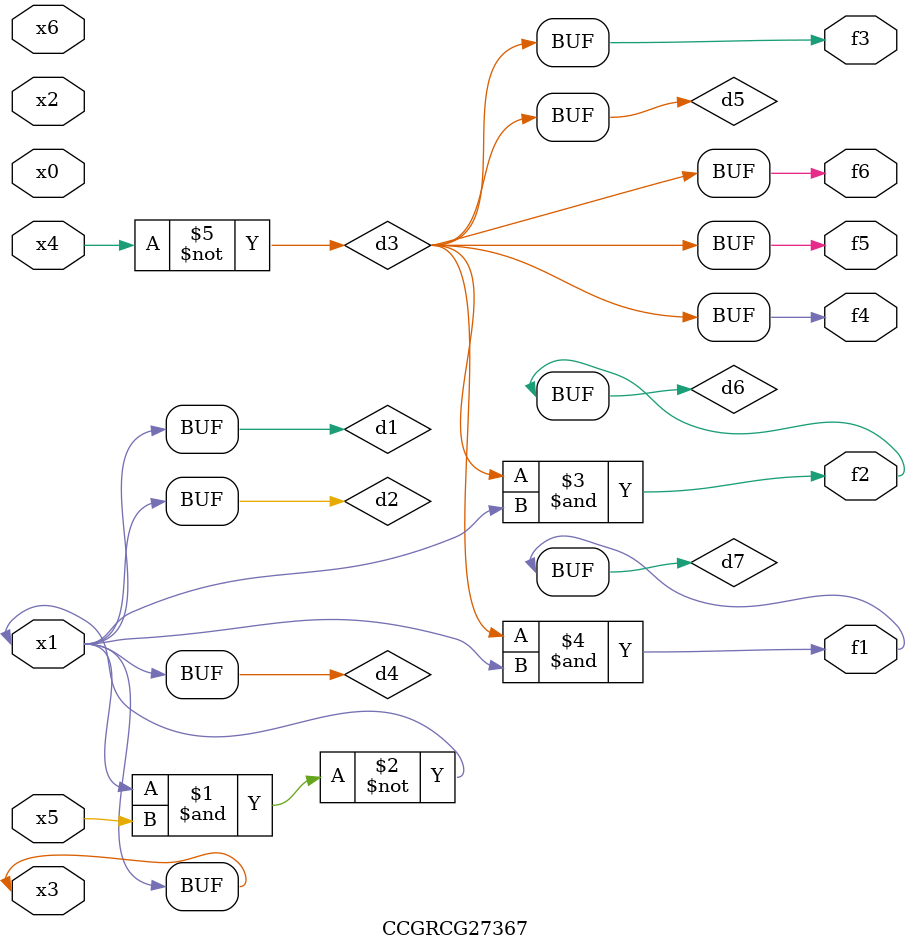
<source format=v>
module CCGRCG27367(
	input x0, x1, x2, x3, x4, x5, x6,
	output f1, f2, f3, f4, f5, f6
);

	wire d1, d2, d3, d4, d5, d6, d7;

	buf (d1, x1, x3);
	nand (d2, x1, x5);
	not (d3, x4);
	buf (d4, d1, d2);
	buf (d5, d3);
	and (d6, d3, d4);
	and (d7, d3, d4);
	assign f1 = d7;
	assign f2 = d6;
	assign f3 = d5;
	assign f4 = d5;
	assign f5 = d5;
	assign f6 = d5;
endmodule

</source>
